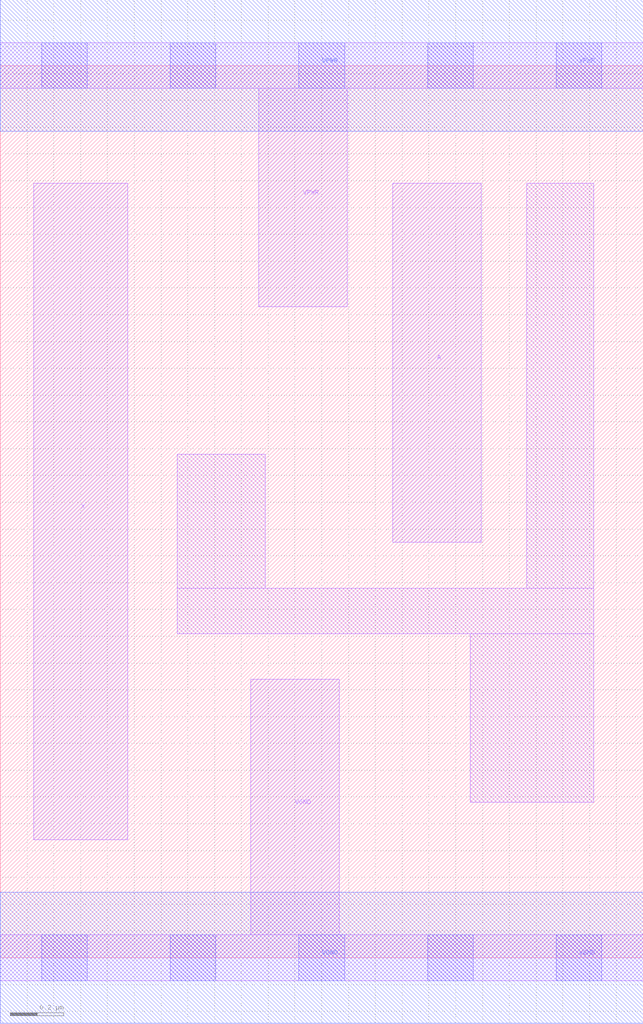
<source format=lef>
# Copyright 2020 The SkyWater PDK Authors
#
# Licensed under the Apache License, Version 2.0 (the "License");
# you may not use this file except in compliance with the License.
# You may obtain a copy of the License at
#
#     https://www.apache.org/licenses/LICENSE-2.0
#
# Unless required by applicable law or agreed to in writing, software
# distributed under the License is distributed on an "AS IS" BASIS,
# WITHOUT WARRANTIES OR CONDITIONS OF ANY KIND, either express or implied.
# See the License for the specific language governing permissions and
# limitations under the License.
#
# SPDX-License-Identifier: Apache-2.0

VERSION 5.7 ;
  NAMESCASESENSITIVE ON ;
  NOWIREEXTENSIONATPIN ON ;
  DIVIDERCHAR "/" ;
  BUSBITCHARS "[]" ;
UNITS
  DATABASE MICRONS 200 ;
END UNITS
MACRO sky130_fd_sc_lp__buflp_m
  CLASS CORE ;
  SOURCE USER ;
  FOREIGN sky130_fd_sc_lp__buflp_m ;
  ORIGIN  0.000000  0.000000 ;
  SIZE  2.400000 BY  3.330000 ;
  SYMMETRY X Y R90 ;
  SITE unit ;
  PIN A
    ANTENNAGATEAREA  0.252000 ;
    DIRECTION INPUT ;
    USE SIGNAL ;
    PORT
      LAYER li1 ;
        RECT 1.465000 1.550000 1.795000 2.890000 ;
    END
  END A
  PIN X
    ANTENNADIFFAREA  0.239400 ;
    DIRECTION OUTPUT ;
    USE SIGNAL ;
    PORT
      LAYER li1 ;
        RECT 0.125000 0.440000 0.475000 2.890000 ;
    END
  END X
  PIN VGND
    DIRECTION INOUT ;
    USE GROUND ;
    PORT
      LAYER li1 ;
        RECT 0.000000 -0.085000 2.400000 0.085000 ;
        RECT 0.935000  0.085000 1.265000 1.040000 ;
      LAYER mcon ;
        RECT 0.155000 -0.085000 0.325000 0.085000 ;
        RECT 0.635000 -0.085000 0.805000 0.085000 ;
        RECT 1.115000 -0.085000 1.285000 0.085000 ;
        RECT 1.595000 -0.085000 1.765000 0.085000 ;
        RECT 2.075000 -0.085000 2.245000 0.085000 ;
      LAYER met1 ;
        RECT 0.000000 -0.245000 2.400000 0.245000 ;
    END
  END VGND
  PIN VPWR
    DIRECTION INOUT ;
    USE POWER ;
    PORT
      LAYER li1 ;
        RECT 0.000000 3.245000 2.400000 3.415000 ;
        RECT 0.965000 2.430000 1.295000 3.245000 ;
      LAYER mcon ;
        RECT 0.155000 3.245000 0.325000 3.415000 ;
        RECT 0.635000 3.245000 0.805000 3.415000 ;
        RECT 1.115000 3.245000 1.285000 3.415000 ;
        RECT 1.595000 3.245000 1.765000 3.415000 ;
        RECT 2.075000 3.245000 2.245000 3.415000 ;
      LAYER met1 ;
        RECT 0.000000 3.085000 2.400000 3.575000 ;
    END
  END VPWR
  OBS
    LAYER li1 ;
      RECT 0.660000 1.210000 2.215000 1.380000 ;
      RECT 0.660000 1.380000 0.990000 1.880000 ;
      RECT 1.755000 0.580000 2.215000 1.210000 ;
      RECT 1.965000 1.380000 2.215000 2.890000 ;
  END
END sky130_fd_sc_lp__buflp_m

</source>
